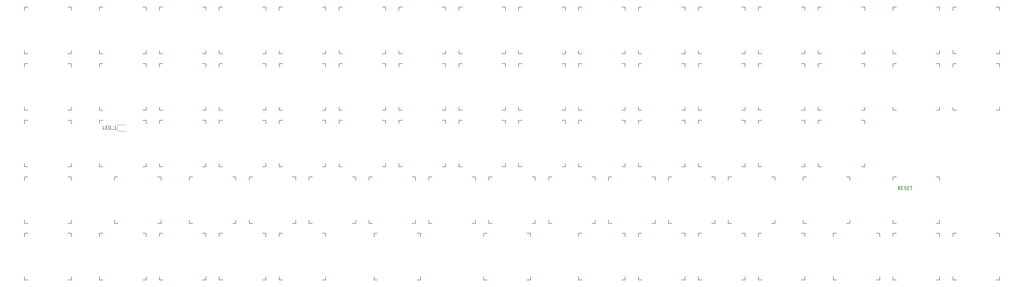
<source format=gto>
G04 #@! TF.GenerationSoftware,KiCad,Pcbnew,(5.1.8)-1*
G04 #@! TF.CreationDate,2021-04-23T17:16:51-07:00*
G04 #@! TF.ProjectId,Spritzgeback,53707269-747a-4676-9562-61636b2e6b69,rev?*
G04 #@! TF.SameCoordinates,Original*
G04 #@! TF.FileFunction,Legend,Top*
G04 #@! TF.FilePolarity,Positive*
%FSLAX46Y46*%
G04 Gerber Fmt 4.6, Leading zero omitted, Abs format (unit mm)*
G04 Created by KiCad (PCBNEW (5.1.8)-1) date 2021-04-23 17:16:51*
%MOMM*%
%LPD*%
G01*
G04 APERTURE LIST*
%ADD10C,0.120000*%
%ADD11C,0.150000*%
G04 APERTURE END LIST*
D10*
X20815000Y-38460000D02*
X23500000Y-38460000D01*
X20815000Y-36540000D02*
X20815000Y-38460000D01*
X23500000Y-36540000D02*
X20815000Y-36540000D01*
D11*
X-7000000Y-2200000D02*
X-7000000Y-1200000D01*
X-7000000Y-15200000D02*
X-6000000Y-15200000D01*
X-6000000Y-1200000D02*
X-7000000Y-1200000D01*
X-7000000Y-15200000D02*
X-7000000Y-14200000D01*
X7000000Y-14200000D02*
X7000000Y-15200000D01*
X7000000Y-15200000D02*
X6000000Y-15200000D01*
X6000000Y-15200000D02*
X7000000Y-15200000D01*
X7000000Y-1200000D02*
X7000000Y-2200000D01*
X7000000Y-1200000D02*
X6000000Y-1200000D01*
X29500000Y-1200000D02*
X28500000Y-1200000D01*
X29500000Y-1200000D02*
X29500000Y-2200000D01*
X28500000Y-15200000D02*
X29500000Y-15200000D01*
X29500000Y-15200000D02*
X28500000Y-15200000D01*
X29500000Y-14200000D02*
X29500000Y-15200000D01*
X15500000Y-15200000D02*
X15500000Y-14200000D01*
X16500000Y-1200000D02*
X15500000Y-1200000D01*
X15500000Y-15200000D02*
X16500000Y-15200000D01*
X15500000Y-2200000D02*
X15500000Y-1200000D01*
X33500000Y-2200000D02*
X33500000Y-1200000D01*
X33500000Y-15200000D02*
X34500000Y-15200000D01*
X34500000Y-1200000D02*
X33500000Y-1200000D01*
X33500000Y-15200000D02*
X33500000Y-14200000D01*
X47500000Y-14200000D02*
X47500000Y-15200000D01*
X47500000Y-15200000D02*
X46500000Y-15200000D01*
X46500000Y-15200000D02*
X47500000Y-15200000D01*
X47500000Y-1200000D02*
X47500000Y-2200000D01*
X47500000Y-1200000D02*
X46500000Y-1200000D01*
X65500000Y-1200000D02*
X64500000Y-1200000D01*
X65500000Y-1200000D02*
X65500000Y-2200000D01*
X64500000Y-15200000D02*
X65500000Y-15200000D01*
X65500000Y-15200000D02*
X64500000Y-15200000D01*
X65500000Y-14200000D02*
X65500000Y-15200000D01*
X51500000Y-15200000D02*
X51500000Y-14200000D01*
X52500000Y-1200000D02*
X51500000Y-1200000D01*
X51500000Y-15200000D02*
X52500000Y-15200000D01*
X51500000Y-2200000D02*
X51500000Y-1200000D01*
X69500000Y-2200000D02*
X69500000Y-1200000D01*
X69500000Y-15200000D02*
X70500000Y-15200000D01*
X70500000Y-1200000D02*
X69500000Y-1200000D01*
X69500000Y-15200000D02*
X69500000Y-14200000D01*
X83500000Y-14200000D02*
X83500000Y-15200000D01*
X83500000Y-15200000D02*
X82500000Y-15200000D01*
X82500000Y-15200000D02*
X83500000Y-15200000D01*
X83500000Y-1200000D02*
X83500000Y-2200000D01*
X83500000Y-1200000D02*
X82500000Y-1200000D01*
X101500000Y-1200000D02*
X100500000Y-1200000D01*
X101500000Y-1200000D02*
X101500000Y-2200000D01*
X100500000Y-15200000D02*
X101500000Y-15200000D01*
X101500000Y-15200000D02*
X100500000Y-15200000D01*
X101500000Y-14200000D02*
X101500000Y-15200000D01*
X87500000Y-15200000D02*
X87500000Y-14200000D01*
X88500000Y-1200000D02*
X87500000Y-1200000D01*
X87500000Y-15200000D02*
X88500000Y-15200000D01*
X87500000Y-2200000D02*
X87500000Y-1200000D01*
X105500000Y-2200000D02*
X105500000Y-1200000D01*
X105500000Y-15200000D02*
X106500000Y-15200000D01*
X106500000Y-1200000D02*
X105500000Y-1200000D01*
X105500000Y-15200000D02*
X105500000Y-14200000D01*
X119500000Y-14200000D02*
X119500000Y-15200000D01*
X119500000Y-15200000D02*
X118500000Y-15200000D01*
X118500000Y-15200000D02*
X119500000Y-15200000D01*
X119500000Y-1200000D02*
X119500000Y-2200000D01*
X119500000Y-1200000D02*
X118500000Y-1200000D01*
X137500000Y-1200000D02*
X136500000Y-1200000D01*
X137500000Y-1200000D02*
X137500000Y-2200000D01*
X136500000Y-15200000D02*
X137500000Y-15200000D01*
X137500000Y-15200000D02*
X136500000Y-15200000D01*
X137500000Y-14200000D02*
X137500000Y-15200000D01*
X123500000Y-15200000D02*
X123500000Y-14200000D01*
X124500000Y-1200000D02*
X123500000Y-1200000D01*
X123500000Y-15200000D02*
X124500000Y-15200000D01*
X123500000Y-2200000D02*
X123500000Y-1200000D01*
X141500000Y-2200000D02*
X141500000Y-1200000D01*
X141500000Y-15200000D02*
X142500000Y-15200000D01*
X142500000Y-1200000D02*
X141500000Y-1200000D01*
X141500000Y-15200000D02*
X141500000Y-14200000D01*
X155500000Y-14200000D02*
X155500000Y-15200000D01*
X155500000Y-15200000D02*
X154500000Y-15200000D01*
X154500000Y-15200000D02*
X155500000Y-15200000D01*
X155500000Y-1200000D02*
X155500000Y-2200000D01*
X155500000Y-1200000D02*
X154500000Y-1200000D01*
X173500000Y-1200000D02*
X172500000Y-1200000D01*
X173500000Y-1200000D02*
X173500000Y-2200000D01*
X172500000Y-15200000D02*
X173500000Y-15200000D01*
X173500000Y-15200000D02*
X172500000Y-15200000D01*
X173500000Y-14200000D02*
X173500000Y-15200000D01*
X159500000Y-15200000D02*
X159500000Y-14200000D01*
X160500000Y-1200000D02*
X159500000Y-1200000D01*
X159500000Y-15200000D02*
X160500000Y-15200000D01*
X159500000Y-2200000D02*
X159500000Y-1200000D01*
X177500000Y-2200000D02*
X177500000Y-1200000D01*
X177500000Y-15200000D02*
X178500000Y-15200000D01*
X178500000Y-1200000D02*
X177500000Y-1200000D01*
X177500000Y-15200000D02*
X177500000Y-14200000D01*
X191500000Y-14200000D02*
X191500000Y-15200000D01*
X191500000Y-15200000D02*
X190500000Y-15200000D01*
X190500000Y-15200000D02*
X191500000Y-15200000D01*
X191500000Y-1200000D02*
X191500000Y-2200000D01*
X191500000Y-1200000D02*
X190500000Y-1200000D01*
X195500000Y-2200000D02*
X195500000Y-1200000D01*
X195500000Y-15200000D02*
X196500000Y-15200000D01*
X196500000Y-1200000D02*
X195500000Y-1200000D01*
X195500000Y-15200000D02*
X195500000Y-14200000D01*
X209500000Y-14200000D02*
X209500000Y-15200000D01*
X209500000Y-15200000D02*
X208500000Y-15200000D01*
X208500000Y-15200000D02*
X209500000Y-15200000D01*
X209500000Y-1200000D02*
X209500000Y-2200000D01*
X209500000Y-1200000D02*
X208500000Y-1200000D01*
X227500000Y-1200000D02*
X226500000Y-1200000D01*
X227500000Y-1200000D02*
X227500000Y-2200000D01*
X226500000Y-15200000D02*
X227500000Y-15200000D01*
X227500000Y-15200000D02*
X226500000Y-15200000D01*
X227500000Y-14200000D02*
X227500000Y-15200000D01*
X213500000Y-15200000D02*
X213500000Y-14200000D01*
X214500000Y-1200000D02*
X213500000Y-1200000D01*
X213500000Y-15200000D02*
X214500000Y-15200000D01*
X213500000Y-2200000D02*
X213500000Y-1200000D01*
X231500000Y-2200000D02*
X231500000Y-1200000D01*
X231500000Y-15200000D02*
X232500000Y-15200000D01*
X232500000Y-1200000D02*
X231500000Y-1200000D01*
X231500000Y-15200000D02*
X231500000Y-14200000D01*
X245500000Y-14200000D02*
X245500000Y-15200000D01*
X245500000Y-15200000D02*
X244500000Y-15200000D01*
X244500000Y-15200000D02*
X245500000Y-15200000D01*
X245500000Y-1200000D02*
X245500000Y-2200000D01*
X245500000Y-1200000D02*
X244500000Y-1200000D01*
X254000000Y-2200000D02*
X254000000Y-1200000D01*
X254000000Y-15200000D02*
X255000000Y-15200000D01*
X255000000Y-1200000D02*
X254000000Y-1200000D01*
X254000000Y-15200000D02*
X254000000Y-14200000D01*
X268000000Y-14200000D02*
X268000000Y-15200000D01*
X268000000Y-15200000D02*
X267000000Y-15200000D01*
X267000000Y-15200000D02*
X268000000Y-15200000D01*
X268000000Y-1200000D02*
X268000000Y-2200000D01*
X268000000Y-1200000D02*
X267000000Y-1200000D01*
X286000000Y-1200000D02*
X285000000Y-1200000D01*
X286000000Y-1200000D02*
X286000000Y-2200000D01*
X285000000Y-15200000D02*
X286000000Y-15200000D01*
X286000000Y-15200000D02*
X285000000Y-15200000D01*
X286000000Y-14200000D02*
X286000000Y-15200000D01*
X272000000Y-15200000D02*
X272000000Y-14200000D01*
X273000000Y-1200000D02*
X272000000Y-1200000D01*
X272000000Y-15200000D02*
X273000000Y-15200000D01*
X272000000Y-2200000D02*
X272000000Y-1200000D01*
X-7000000Y-19200000D02*
X-7000000Y-18200000D01*
X-7000000Y-32200000D02*
X-6000000Y-32200000D01*
X-6000000Y-18200000D02*
X-7000000Y-18200000D01*
X-7000000Y-32200000D02*
X-7000000Y-31200000D01*
X7000000Y-31200000D02*
X7000000Y-32200000D01*
X7000000Y-32200000D02*
X6000000Y-32200000D01*
X6000000Y-32200000D02*
X7000000Y-32200000D01*
X7000000Y-18200000D02*
X7000000Y-19200000D01*
X7000000Y-18200000D02*
X6000000Y-18200000D01*
X29500000Y-18200000D02*
X28500000Y-18200000D01*
X29500000Y-18200000D02*
X29500000Y-19200000D01*
X28500000Y-32200000D02*
X29500000Y-32200000D01*
X29500000Y-32200000D02*
X28500000Y-32200000D01*
X29500000Y-31200000D02*
X29500000Y-32200000D01*
X15500000Y-32200000D02*
X15500000Y-31200000D01*
X16500000Y-18200000D02*
X15500000Y-18200000D01*
X15500000Y-32200000D02*
X16500000Y-32200000D01*
X15500000Y-19200000D02*
X15500000Y-18200000D01*
X47500000Y-18200000D02*
X46500000Y-18200000D01*
X47500000Y-18200000D02*
X47500000Y-19200000D01*
X46500000Y-32200000D02*
X47500000Y-32200000D01*
X47500000Y-32200000D02*
X46500000Y-32200000D01*
X47500000Y-31200000D02*
X47500000Y-32200000D01*
X33500000Y-32200000D02*
X33500000Y-31200000D01*
X34500000Y-18200000D02*
X33500000Y-18200000D01*
X33500000Y-32200000D02*
X34500000Y-32200000D01*
X33500000Y-19200000D02*
X33500000Y-18200000D01*
X65500000Y-18200000D02*
X64500000Y-18200000D01*
X65500000Y-18200000D02*
X65500000Y-19200000D01*
X64500000Y-32200000D02*
X65500000Y-32200000D01*
X65500000Y-32200000D02*
X64500000Y-32200000D01*
X65500000Y-31200000D02*
X65500000Y-32200000D01*
X51500000Y-32200000D02*
X51500000Y-31200000D01*
X52500000Y-18200000D02*
X51500000Y-18200000D01*
X51500000Y-32200000D02*
X52500000Y-32200000D01*
X51500000Y-19200000D02*
X51500000Y-18200000D01*
X69500000Y-19200000D02*
X69500000Y-18200000D01*
X69500000Y-32200000D02*
X70500000Y-32200000D01*
X70500000Y-18200000D02*
X69500000Y-18200000D01*
X69500000Y-32200000D02*
X69500000Y-31200000D01*
X83500000Y-31200000D02*
X83500000Y-32200000D01*
X83500000Y-32200000D02*
X82500000Y-32200000D01*
X82500000Y-32200000D02*
X83500000Y-32200000D01*
X83500000Y-18200000D02*
X83500000Y-19200000D01*
X83500000Y-18200000D02*
X82500000Y-18200000D01*
X87500000Y-19200000D02*
X87500000Y-18200000D01*
X87500000Y-32200000D02*
X88500000Y-32200000D01*
X88500000Y-18200000D02*
X87500000Y-18200000D01*
X87500000Y-32200000D02*
X87500000Y-31200000D01*
X101500000Y-31200000D02*
X101500000Y-32200000D01*
X101500000Y-32200000D02*
X100500000Y-32200000D01*
X100500000Y-32200000D02*
X101500000Y-32200000D01*
X101500000Y-18200000D02*
X101500000Y-19200000D01*
X101500000Y-18200000D02*
X100500000Y-18200000D01*
X119500000Y-18200000D02*
X118500000Y-18200000D01*
X119500000Y-18200000D02*
X119500000Y-19200000D01*
X118500000Y-32200000D02*
X119500000Y-32200000D01*
X119500000Y-32200000D02*
X118500000Y-32200000D01*
X119500000Y-31200000D02*
X119500000Y-32200000D01*
X105500000Y-32200000D02*
X105500000Y-31200000D01*
X106500000Y-18200000D02*
X105500000Y-18200000D01*
X105500000Y-32200000D02*
X106500000Y-32200000D01*
X105500000Y-19200000D02*
X105500000Y-18200000D01*
X123500000Y-19200000D02*
X123500000Y-18200000D01*
X123500000Y-32200000D02*
X124500000Y-32200000D01*
X124500000Y-18200000D02*
X123500000Y-18200000D01*
X123500000Y-32200000D02*
X123500000Y-31200000D01*
X137500000Y-31200000D02*
X137500000Y-32200000D01*
X137500000Y-32200000D02*
X136500000Y-32200000D01*
X136500000Y-32200000D02*
X137500000Y-32200000D01*
X137500000Y-18200000D02*
X137500000Y-19200000D01*
X137500000Y-18200000D02*
X136500000Y-18200000D01*
X155500000Y-18200000D02*
X154500000Y-18200000D01*
X155500000Y-18200000D02*
X155500000Y-19200000D01*
X154500000Y-32200000D02*
X155500000Y-32200000D01*
X155500000Y-32200000D02*
X154500000Y-32200000D01*
X155500000Y-31200000D02*
X155500000Y-32200000D01*
X141500000Y-32200000D02*
X141500000Y-31200000D01*
X142500000Y-18200000D02*
X141500000Y-18200000D01*
X141500000Y-32200000D02*
X142500000Y-32200000D01*
X141500000Y-19200000D02*
X141500000Y-18200000D01*
X173500000Y-18200000D02*
X172500000Y-18200000D01*
X173500000Y-18200000D02*
X173500000Y-19200000D01*
X172500000Y-32200000D02*
X173500000Y-32200000D01*
X173500000Y-32200000D02*
X172500000Y-32200000D01*
X173500000Y-31200000D02*
X173500000Y-32200000D01*
X159500000Y-32200000D02*
X159500000Y-31200000D01*
X160500000Y-18200000D02*
X159500000Y-18200000D01*
X159500000Y-32200000D02*
X160500000Y-32200000D01*
X159500000Y-19200000D02*
X159500000Y-18200000D01*
X177500000Y-19200000D02*
X177500000Y-18200000D01*
X177500000Y-32200000D02*
X178500000Y-32200000D01*
X178500000Y-18200000D02*
X177500000Y-18200000D01*
X177500000Y-32200000D02*
X177500000Y-31200000D01*
X191500000Y-31200000D02*
X191500000Y-32200000D01*
X191500000Y-32200000D02*
X190500000Y-32200000D01*
X190500000Y-32200000D02*
X191500000Y-32200000D01*
X191500000Y-18200000D02*
X191500000Y-19200000D01*
X191500000Y-18200000D02*
X190500000Y-18200000D01*
X209500000Y-18200000D02*
X208500000Y-18200000D01*
X209500000Y-18200000D02*
X209500000Y-19200000D01*
X208500000Y-32200000D02*
X209500000Y-32200000D01*
X209500000Y-32200000D02*
X208500000Y-32200000D01*
X209500000Y-31200000D02*
X209500000Y-32200000D01*
X195500000Y-32200000D02*
X195500000Y-31200000D01*
X196500000Y-18200000D02*
X195500000Y-18200000D01*
X195500000Y-32200000D02*
X196500000Y-32200000D01*
X195500000Y-19200000D02*
X195500000Y-18200000D01*
X213500000Y-19200000D02*
X213500000Y-18200000D01*
X213500000Y-32200000D02*
X214500000Y-32200000D01*
X214500000Y-18200000D02*
X213500000Y-18200000D01*
X213500000Y-32200000D02*
X213500000Y-31200000D01*
X227500000Y-31200000D02*
X227500000Y-32200000D01*
X227500000Y-32200000D02*
X226500000Y-32200000D01*
X226500000Y-32200000D02*
X227500000Y-32200000D01*
X227500000Y-18200000D02*
X227500000Y-19200000D01*
X227500000Y-18200000D02*
X226500000Y-18200000D01*
X245500000Y-18200000D02*
X244500000Y-18200000D01*
X245500000Y-18200000D02*
X245500000Y-19200000D01*
X244500000Y-32200000D02*
X245500000Y-32200000D01*
X245500000Y-32200000D02*
X244500000Y-32200000D01*
X245500000Y-31200000D02*
X245500000Y-32200000D01*
X231500000Y-32200000D02*
X231500000Y-31200000D01*
X232500000Y-18200000D02*
X231500000Y-18200000D01*
X231500000Y-32200000D02*
X232500000Y-32200000D01*
X231500000Y-19200000D02*
X231500000Y-18200000D01*
X254000000Y-19200000D02*
X254000000Y-18200000D01*
X254000000Y-32200000D02*
X255000000Y-32200000D01*
X255000000Y-18200000D02*
X254000000Y-18200000D01*
X254000000Y-32200000D02*
X254000000Y-31200000D01*
X268000000Y-31200000D02*
X268000000Y-32200000D01*
X268000000Y-32200000D02*
X267000000Y-32200000D01*
X267000000Y-32200000D02*
X268000000Y-32200000D01*
X268000000Y-18200000D02*
X268000000Y-19200000D01*
X268000000Y-18200000D02*
X267000000Y-18200000D01*
X272000000Y-19200000D02*
X272000000Y-18200000D01*
X272000000Y-32200000D02*
X273000000Y-32200000D01*
X273000000Y-18200000D02*
X272000000Y-18200000D01*
X272000000Y-32200000D02*
X272000000Y-31200000D01*
X286000000Y-31200000D02*
X286000000Y-32200000D01*
X286000000Y-32200000D02*
X285000000Y-32200000D01*
X285000000Y-32200000D02*
X286000000Y-32200000D01*
X286000000Y-18200000D02*
X286000000Y-19200000D01*
X286000000Y-18200000D02*
X285000000Y-18200000D01*
X7000000Y-35200000D02*
X6000000Y-35200000D01*
X7000000Y-35200000D02*
X7000000Y-36200000D01*
X6000000Y-49200000D02*
X7000000Y-49200000D01*
X7000000Y-49200000D02*
X6000000Y-49200000D01*
X7000000Y-48200000D02*
X7000000Y-49200000D01*
X-7000000Y-49200000D02*
X-7000000Y-48200000D01*
X-6000000Y-35200000D02*
X-7000000Y-35200000D01*
X-7000000Y-49200000D02*
X-6000000Y-49200000D01*
X-7000000Y-36200000D02*
X-7000000Y-35200000D01*
X15500000Y-36200000D02*
X15500000Y-35200000D01*
X15500000Y-49200000D02*
X16500000Y-49200000D01*
X16500000Y-35200000D02*
X15500000Y-35200000D01*
X15500000Y-49200000D02*
X15500000Y-48200000D01*
X29500000Y-48200000D02*
X29500000Y-49200000D01*
X29500000Y-49200000D02*
X28500000Y-49200000D01*
X28500000Y-49200000D02*
X29500000Y-49200000D01*
X29500000Y-35200000D02*
X29500000Y-36200000D01*
X29500000Y-35200000D02*
X28500000Y-35200000D01*
X33500000Y-36200000D02*
X33500000Y-35200000D01*
X33500000Y-49200000D02*
X34500000Y-49200000D01*
X34500000Y-35200000D02*
X33500000Y-35200000D01*
X33500000Y-49200000D02*
X33500000Y-48200000D01*
X47500000Y-48200000D02*
X47500000Y-49200000D01*
X47500000Y-49200000D02*
X46500000Y-49200000D01*
X46500000Y-49200000D02*
X47500000Y-49200000D01*
X47500000Y-35200000D02*
X47500000Y-36200000D01*
X47500000Y-35200000D02*
X46500000Y-35200000D01*
X65500000Y-35200000D02*
X64500000Y-35200000D01*
X65500000Y-35200000D02*
X65500000Y-36200000D01*
X64500000Y-49200000D02*
X65500000Y-49200000D01*
X65500000Y-49200000D02*
X64500000Y-49200000D01*
X65500000Y-48200000D02*
X65500000Y-49200000D01*
X51500000Y-49200000D02*
X51500000Y-48200000D01*
X52500000Y-35200000D02*
X51500000Y-35200000D01*
X51500000Y-49200000D02*
X52500000Y-49200000D01*
X51500000Y-36200000D02*
X51500000Y-35200000D01*
X69500000Y-36200000D02*
X69500000Y-35200000D01*
X69500000Y-49200000D02*
X70500000Y-49200000D01*
X70500000Y-35200000D02*
X69500000Y-35200000D01*
X69500000Y-49200000D02*
X69500000Y-48200000D01*
X83500000Y-48200000D02*
X83500000Y-49200000D01*
X83500000Y-49200000D02*
X82500000Y-49200000D01*
X82500000Y-49200000D02*
X83500000Y-49200000D01*
X83500000Y-35200000D02*
X83500000Y-36200000D01*
X83500000Y-35200000D02*
X82500000Y-35200000D01*
X87500000Y-36200000D02*
X87500000Y-35200000D01*
X87500000Y-49200000D02*
X88500000Y-49200000D01*
X88500000Y-35200000D02*
X87500000Y-35200000D01*
X87500000Y-49200000D02*
X87500000Y-48200000D01*
X101500000Y-48200000D02*
X101500000Y-49200000D01*
X101500000Y-49200000D02*
X100500000Y-49200000D01*
X100500000Y-49200000D02*
X101500000Y-49200000D01*
X101500000Y-35200000D02*
X101500000Y-36200000D01*
X101500000Y-35200000D02*
X100500000Y-35200000D01*
X119500000Y-35200000D02*
X118500000Y-35200000D01*
X119500000Y-35200000D02*
X119500000Y-36200000D01*
X118500000Y-49200000D02*
X119500000Y-49200000D01*
X119500000Y-49200000D02*
X118500000Y-49200000D01*
X119500000Y-48200000D02*
X119500000Y-49200000D01*
X105500000Y-49200000D02*
X105500000Y-48200000D01*
X106500000Y-35200000D02*
X105500000Y-35200000D01*
X105500000Y-49200000D02*
X106500000Y-49200000D01*
X105500000Y-36200000D02*
X105500000Y-35200000D01*
X123500000Y-36200000D02*
X123500000Y-35200000D01*
X123500000Y-49200000D02*
X124500000Y-49200000D01*
X124500000Y-35200000D02*
X123500000Y-35200000D01*
X123500000Y-49200000D02*
X123500000Y-48200000D01*
X137500000Y-48200000D02*
X137500000Y-49200000D01*
X137500000Y-49200000D02*
X136500000Y-49200000D01*
X136500000Y-49200000D02*
X137500000Y-49200000D01*
X137500000Y-35200000D02*
X137500000Y-36200000D01*
X137500000Y-35200000D02*
X136500000Y-35200000D01*
X155500000Y-35200000D02*
X154500000Y-35200000D01*
X155500000Y-35200000D02*
X155500000Y-36200000D01*
X154500000Y-49200000D02*
X155500000Y-49200000D01*
X155500000Y-49200000D02*
X154500000Y-49200000D01*
X155500000Y-48200000D02*
X155500000Y-49200000D01*
X141500000Y-49200000D02*
X141500000Y-48200000D01*
X142500000Y-35200000D02*
X141500000Y-35200000D01*
X141500000Y-49200000D02*
X142500000Y-49200000D01*
X141500000Y-36200000D02*
X141500000Y-35200000D01*
X173500000Y-35200000D02*
X172500000Y-35200000D01*
X173500000Y-35200000D02*
X173500000Y-36200000D01*
X172500000Y-49200000D02*
X173500000Y-49200000D01*
X173500000Y-49200000D02*
X172500000Y-49200000D01*
X173500000Y-48200000D02*
X173500000Y-49200000D01*
X159500000Y-49200000D02*
X159500000Y-48200000D01*
X160500000Y-35200000D02*
X159500000Y-35200000D01*
X159500000Y-49200000D02*
X160500000Y-49200000D01*
X159500000Y-36200000D02*
X159500000Y-35200000D01*
X191500000Y-35200000D02*
X190500000Y-35200000D01*
X191500000Y-35200000D02*
X191500000Y-36200000D01*
X190500000Y-49200000D02*
X191500000Y-49200000D01*
X191500000Y-49200000D02*
X190500000Y-49200000D01*
X191500000Y-48200000D02*
X191500000Y-49200000D01*
X177500000Y-49200000D02*
X177500000Y-48200000D01*
X178500000Y-35200000D02*
X177500000Y-35200000D01*
X177500000Y-49200000D02*
X178500000Y-49200000D01*
X177500000Y-36200000D02*
X177500000Y-35200000D01*
X195500000Y-36200000D02*
X195500000Y-35200000D01*
X195500000Y-49200000D02*
X196500000Y-49200000D01*
X196500000Y-35200000D02*
X195500000Y-35200000D01*
X195500000Y-49200000D02*
X195500000Y-48200000D01*
X209500000Y-48200000D02*
X209500000Y-49200000D01*
X209500000Y-49200000D02*
X208500000Y-49200000D01*
X208500000Y-49200000D02*
X209500000Y-49200000D01*
X209500000Y-35200000D02*
X209500000Y-36200000D01*
X209500000Y-35200000D02*
X208500000Y-35200000D01*
X227500000Y-35200000D02*
X226500000Y-35200000D01*
X227500000Y-35200000D02*
X227500000Y-36200000D01*
X226500000Y-49200000D02*
X227500000Y-49200000D01*
X227500000Y-49200000D02*
X226500000Y-49200000D01*
X227500000Y-48200000D02*
X227500000Y-49200000D01*
X213500000Y-49200000D02*
X213500000Y-48200000D01*
X214500000Y-35200000D02*
X213500000Y-35200000D01*
X213500000Y-49200000D02*
X214500000Y-49200000D01*
X213500000Y-36200000D02*
X213500000Y-35200000D01*
X245500000Y-35200000D02*
X244500000Y-35200000D01*
X245500000Y-35200000D02*
X245500000Y-36200000D01*
X244500000Y-49200000D02*
X245500000Y-49200000D01*
X245500000Y-49200000D02*
X244500000Y-49200000D01*
X245500000Y-48200000D02*
X245500000Y-49200000D01*
X231500000Y-49200000D02*
X231500000Y-48200000D01*
X232500000Y-35200000D02*
X231500000Y-35200000D01*
X231500000Y-49200000D02*
X232500000Y-49200000D01*
X231500000Y-36200000D02*
X231500000Y-35200000D01*
X-7000000Y-53200000D02*
X-7000000Y-52200000D01*
X-7000000Y-66200000D02*
X-6000000Y-66200000D01*
X-6000000Y-52200000D02*
X-7000000Y-52200000D01*
X-7000000Y-66200000D02*
X-7000000Y-65200000D01*
X7000000Y-65200000D02*
X7000000Y-66200000D01*
X7000000Y-66200000D02*
X6000000Y-66200000D01*
X6000000Y-66200000D02*
X7000000Y-66200000D01*
X7000000Y-52200000D02*
X7000000Y-53200000D01*
X7000000Y-52200000D02*
X6000000Y-52200000D01*
X20000000Y-53200000D02*
X20000000Y-52200000D01*
X20000000Y-66200000D02*
X21000000Y-66200000D01*
X21000000Y-52200000D02*
X20000000Y-52200000D01*
X20000000Y-66200000D02*
X20000000Y-65200000D01*
X34000000Y-65200000D02*
X34000000Y-66200000D01*
X34000000Y-66200000D02*
X33000000Y-66200000D01*
X33000000Y-66200000D02*
X34000000Y-66200000D01*
X34000000Y-52200000D02*
X34000000Y-53200000D01*
X34000000Y-52200000D02*
X33000000Y-52200000D01*
X42500000Y-53200000D02*
X42500000Y-52200000D01*
X42500000Y-66200000D02*
X43500000Y-66200000D01*
X43500000Y-52200000D02*
X42500000Y-52200000D01*
X42500000Y-66200000D02*
X42500000Y-65200000D01*
X56500000Y-65200000D02*
X56500000Y-66200000D01*
X56500000Y-66200000D02*
X55500000Y-66200000D01*
X55500000Y-66200000D02*
X56500000Y-66200000D01*
X56500000Y-52200000D02*
X56500000Y-53200000D01*
X56500000Y-52200000D02*
X55500000Y-52200000D01*
X74500000Y-52200000D02*
X73500000Y-52200000D01*
X74500000Y-52200000D02*
X74500000Y-53200000D01*
X73500000Y-66200000D02*
X74500000Y-66200000D01*
X74500000Y-66200000D02*
X73500000Y-66200000D01*
X74500000Y-65200000D02*
X74500000Y-66200000D01*
X60500000Y-66200000D02*
X60500000Y-65200000D01*
X61500000Y-52200000D02*
X60500000Y-52200000D01*
X60500000Y-66200000D02*
X61500000Y-66200000D01*
X60500000Y-53200000D02*
X60500000Y-52200000D01*
X78500000Y-53200000D02*
X78500000Y-52200000D01*
X78500000Y-66200000D02*
X79500000Y-66200000D01*
X79500000Y-52200000D02*
X78500000Y-52200000D01*
X78500000Y-66200000D02*
X78500000Y-65200000D01*
X92500000Y-65200000D02*
X92500000Y-66200000D01*
X92500000Y-66200000D02*
X91500000Y-66200000D01*
X91500000Y-66200000D02*
X92500000Y-66200000D01*
X92500000Y-52200000D02*
X92500000Y-53200000D01*
X92500000Y-52200000D02*
X91500000Y-52200000D01*
X96500000Y-53200000D02*
X96500000Y-52200000D01*
X96500000Y-66200000D02*
X97500000Y-66200000D01*
X97500000Y-52200000D02*
X96500000Y-52200000D01*
X96500000Y-66200000D02*
X96500000Y-65200000D01*
X110500000Y-65200000D02*
X110500000Y-66200000D01*
X110500000Y-66200000D02*
X109500000Y-66200000D01*
X109500000Y-66200000D02*
X110500000Y-66200000D01*
X110500000Y-52200000D02*
X110500000Y-53200000D01*
X110500000Y-52200000D02*
X109500000Y-52200000D01*
X114500000Y-53200000D02*
X114500000Y-52200000D01*
X114500000Y-66200000D02*
X115500000Y-66200000D01*
X115500000Y-52200000D02*
X114500000Y-52200000D01*
X114500000Y-66200000D02*
X114500000Y-65200000D01*
X128500000Y-65200000D02*
X128500000Y-66200000D01*
X128500000Y-66200000D02*
X127500000Y-66200000D01*
X127500000Y-66200000D02*
X128500000Y-66200000D01*
X128500000Y-52200000D02*
X128500000Y-53200000D01*
X128500000Y-52200000D02*
X127500000Y-52200000D01*
X146500000Y-52200000D02*
X145500000Y-52200000D01*
X146500000Y-52200000D02*
X146500000Y-53200000D01*
X145500000Y-66200000D02*
X146500000Y-66200000D01*
X146500000Y-66200000D02*
X145500000Y-66200000D01*
X146500000Y-65200000D02*
X146500000Y-66200000D01*
X132500000Y-66200000D02*
X132500000Y-65200000D01*
X133500000Y-52200000D02*
X132500000Y-52200000D01*
X132500000Y-66200000D02*
X133500000Y-66200000D01*
X132500000Y-53200000D02*
X132500000Y-52200000D01*
X150500000Y-53200000D02*
X150500000Y-52200000D01*
X150500000Y-66200000D02*
X151500000Y-66200000D01*
X151500000Y-52200000D02*
X150500000Y-52200000D01*
X150500000Y-66200000D02*
X150500000Y-65200000D01*
X164500000Y-65200000D02*
X164500000Y-66200000D01*
X164500000Y-66200000D02*
X163500000Y-66200000D01*
X163500000Y-66200000D02*
X164500000Y-66200000D01*
X164500000Y-52200000D02*
X164500000Y-53200000D01*
X164500000Y-52200000D02*
X163500000Y-52200000D01*
X182500000Y-52200000D02*
X181500000Y-52200000D01*
X182500000Y-52200000D02*
X182500000Y-53200000D01*
X181500000Y-66200000D02*
X182500000Y-66200000D01*
X182500000Y-66200000D02*
X181500000Y-66200000D01*
X182500000Y-65200000D02*
X182500000Y-66200000D01*
X168500000Y-66200000D02*
X168500000Y-65200000D01*
X169500000Y-52200000D02*
X168500000Y-52200000D01*
X168500000Y-66200000D02*
X169500000Y-66200000D01*
X168500000Y-53200000D02*
X168500000Y-52200000D01*
X186500000Y-53200000D02*
X186500000Y-52200000D01*
X186500000Y-66200000D02*
X187500000Y-66200000D01*
X187500000Y-52200000D02*
X186500000Y-52200000D01*
X186500000Y-66200000D02*
X186500000Y-65200000D01*
X200500000Y-65200000D02*
X200500000Y-66200000D01*
X200500000Y-66200000D02*
X199500000Y-66200000D01*
X199500000Y-66200000D02*
X200500000Y-66200000D01*
X200500000Y-52200000D02*
X200500000Y-53200000D01*
X200500000Y-52200000D02*
X199500000Y-52200000D01*
X204500000Y-53200000D02*
X204500000Y-52200000D01*
X204500000Y-66200000D02*
X205500000Y-66200000D01*
X205500000Y-52200000D02*
X204500000Y-52200000D01*
X204500000Y-66200000D02*
X204500000Y-65200000D01*
X218500000Y-65200000D02*
X218500000Y-66200000D01*
X218500000Y-66200000D02*
X217500000Y-66200000D01*
X217500000Y-66200000D02*
X218500000Y-66200000D01*
X218500000Y-52200000D02*
X218500000Y-53200000D01*
X218500000Y-52200000D02*
X217500000Y-52200000D01*
X241000000Y-52200000D02*
X240000000Y-52200000D01*
X241000000Y-52200000D02*
X241000000Y-53200000D01*
X240000000Y-66200000D02*
X241000000Y-66200000D01*
X241000000Y-66200000D02*
X240000000Y-66200000D01*
X241000000Y-65200000D02*
X241000000Y-66200000D01*
X227000000Y-66200000D02*
X227000000Y-65200000D01*
X228000000Y-52200000D02*
X227000000Y-52200000D01*
X227000000Y-66200000D02*
X228000000Y-66200000D01*
X227000000Y-53200000D02*
X227000000Y-52200000D01*
X254000000Y-53200000D02*
X254000000Y-52200000D01*
X254000000Y-66200000D02*
X255000000Y-66200000D01*
X255000000Y-52200000D02*
X254000000Y-52200000D01*
X254000000Y-66200000D02*
X254000000Y-65200000D01*
X268000000Y-65200000D02*
X268000000Y-66200000D01*
X268000000Y-66200000D02*
X267000000Y-66200000D01*
X267000000Y-66200000D02*
X268000000Y-66200000D01*
X268000000Y-52200000D02*
X268000000Y-53200000D01*
X268000000Y-52200000D02*
X267000000Y-52200000D01*
X-7000000Y-70200000D02*
X-7000000Y-69200000D01*
X-7000000Y-83200000D02*
X-6000000Y-83200000D01*
X-6000000Y-69200000D02*
X-7000000Y-69200000D01*
X-7000000Y-83200000D02*
X-7000000Y-82200000D01*
X7000000Y-82200000D02*
X7000000Y-83200000D01*
X7000000Y-83200000D02*
X6000000Y-83200000D01*
X6000000Y-83200000D02*
X7000000Y-83200000D01*
X7000000Y-69200000D02*
X7000000Y-70200000D01*
X7000000Y-69200000D02*
X6000000Y-69200000D01*
X29500000Y-69200000D02*
X28500000Y-69200000D01*
X29500000Y-69200000D02*
X29500000Y-70200000D01*
X28500000Y-83200000D02*
X29500000Y-83200000D01*
X29500000Y-83200000D02*
X28500000Y-83200000D01*
X29500000Y-82200000D02*
X29500000Y-83200000D01*
X15500000Y-83200000D02*
X15500000Y-82200000D01*
X16500000Y-69200000D02*
X15500000Y-69200000D01*
X15500000Y-83200000D02*
X16500000Y-83200000D01*
X15500000Y-70200000D02*
X15500000Y-69200000D01*
X47500000Y-69200000D02*
X46500000Y-69200000D01*
X47500000Y-69200000D02*
X47500000Y-70200000D01*
X46500000Y-83200000D02*
X47500000Y-83200000D01*
X47500000Y-83200000D02*
X46500000Y-83200000D01*
X47500000Y-82200000D02*
X47500000Y-83200000D01*
X33500000Y-83200000D02*
X33500000Y-82200000D01*
X34500000Y-69200000D02*
X33500000Y-69200000D01*
X33500000Y-83200000D02*
X34500000Y-83200000D01*
X33500000Y-70200000D02*
X33500000Y-69200000D01*
X65500000Y-69200000D02*
X64500000Y-69200000D01*
X65500000Y-69200000D02*
X65500000Y-70200000D01*
X64500000Y-83200000D02*
X65500000Y-83200000D01*
X65500000Y-83200000D02*
X64500000Y-83200000D01*
X65500000Y-82200000D02*
X65500000Y-83200000D01*
X51500000Y-83200000D02*
X51500000Y-82200000D01*
X52500000Y-69200000D02*
X51500000Y-69200000D01*
X51500000Y-83200000D02*
X52500000Y-83200000D01*
X51500000Y-70200000D02*
X51500000Y-69200000D01*
X83500000Y-69200000D02*
X82500000Y-69200000D01*
X83500000Y-69200000D02*
X83500000Y-70200000D01*
X82500000Y-83200000D02*
X83500000Y-83200000D01*
X83500000Y-83200000D02*
X82500000Y-83200000D01*
X83500000Y-82200000D02*
X83500000Y-83200000D01*
X69500000Y-83200000D02*
X69500000Y-82200000D01*
X70500000Y-69200000D02*
X69500000Y-69200000D01*
X69500000Y-83200000D02*
X70500000Y-83200000D01*
X69500000Y-70200000D02*
X69500000Y-69200000D01*
X98000000Y-70200000D02*
X98000000Y-69200000D01*
X98000000Y-83200000D02*
X99000000Y-83200000D01*
X99000000Y-69200000D02*
X98000000Y-69200000D01*
X98000000Y-83200000D02*
X98000000Y-82200000D01*
X112000000Y-82200000D02*
X112000000Y-83200000D01*
X112000000Y-83200000D02*
X111000000Y-83200000D01*
X111000000Y-83200000D02*
X112000000Y-83200000D01*
X112000000Y-69200000D02*
X112000000Y-70200000D01*
X112000000Y-69200000D02*
X111000000Y-69200000D01*
X145000000Y-69200000D02*
X144000000Y-69200000D01*
X145000000Y-69200000D02*
X145000000Y-70200000D01*
X144000000Y-83200000D02*
X145000000Y-83200000D01*
X145000000Y-83200000D02*
X144000000Y-83200000D01*
X145000000Y-82200000D02*
X145000000Y-83200000D01*
X131000000Y-83200000D02*
X131000000Y-82200000D01*
X132000000Y-69200000D02*
X131000000Y-69200000D01*
X131000000Y-83200000D02*
X132000000Y-83200000D01*
X131000000Y-70200000D02*
X131000000Y-69200000D01*
X173500000Y-69200000D02*
X172500000Y-69200000D01*
X173500000Y-69200000D02*
X173500000Y-70200000D01*
X172500000Y-83200000D02*
X173500000Y-83200000D01*
X173500000Y-83200000D02*
X172500000Y-83200000D01*
X173500000Y-82200000D02*
X173500000Y-83200000D01*
X159500000Y-83200000D02*
X159500000Y-82200000D01*
X160500000Y-69200000D02*
X159500000Y-69200000D01*
X159500000Y-83200000D02*
X160500000Y-83200000D01*
X159500000Y-70200000D02*
X159500000Y-69200000D01*
X191500000Y-69200000D02*
X190500000Y-69200000D01*
X191500000Y-69200000D02*
X191500000Y-70200000D01*
X190500000Y-83200000D02*
X191500000Y-83200000D01*
X191500000Y-83200000D02*
X190500000Y-83200000D01*
X191500000Y-82200000D02*
X191500000Y-83200000D01*
X177500000Y-83200000D02*
X177500000Y-82200000D01*
X178500000Y-69200000D02*
X177500000Y-69200000D01*
X177500000Y-83200000D02*
X178500000Y-83200000D01*
X177500000Y-70200000D02*
X177500000Y-69200000D01*
X195500000Y-70200000D02*
X195500000Y-69200000D01*
X195500000Y-83200000D02*
X196500000Y-83200000D01*
X196500000Y-69200000D02*
X195500000Y-69200000D01*
X195500000Y-83200000D02*
X195500000Y-82200000D01*
X209500000Y-82200000D02*
X209500000Y-83200000D01*
X209500000Y-83200000D02*
X208500000Y-83200000D01*
X208500000Y-83200000D02*
X209500000Y-83200000D01*
X209500000Y-69200000D02*
X209500000Y-70200000D01*
X209500000Y-69200000D02*
X208500000Y-69200000D01*
X227500000Y-69200000D02*
X226500000Y-69200000D01*
X227500000Y-69200000D02*
X227500000Y-70200000D01*
X226500000Y-83200000D02*
X227500000Y-83200000D01*
X227500000Y-83200000D02*
X226500000Y-83200000D01*
X227500000Y-82200000D02*
X227500000Y-83200000D01*
X213500000Y-83200000D02*
X213500000Y-82200000D01*
X214500000Y-69200000D02*
X213500000Y-69200000D01*
X213500000Y-83200000D02*
X214500000Y-83200000D01*
X213500000Y-70200000D02*
X213500000Y-69200000D01*
X250000000Y-69200000D02*
X249000000Y-69200000D01*
X250000000Y-69200000D02*
X250000000Y-70200000D01*
X249000000Y-83200000D02*
X250000000Y-83200000D01*
X250000000Y-83200000D02*
X249000000Y-83200000D01*
X250000000Y-82200000D02*
X250000000Y-83200000D01*
X236000000Y-83200000D02*
X236000000Y-82200000D01*
X237000000Y-69200000D02*
X236000000Y-69200000D01*
X236000000Y-83200000D02*
X237000000Y-83200000D01*
X236000000Y-70200000D02*
X236000000Y-69200000D01*
X268000000Y-69200000D02*
X267000000Y-69200000D01*
X268000000Y-69200000D02*
X268000000Y-70200000D01*
X267000000Y-83200000D02*
X268000000Y-83200000D01*
X268000000Y-83200000D02*
X267000000Y-83200000D01*
X268000000Y-82200000D02*
X268000000Y-83200000D01*
X254000000Y-83200000D02*
X254000000Y-82200000D01*
X255000000Y-69200000D02*
X254000000Y-69200000D01*
X254000000Y-83200000D02*
X255000000Y-83200000D01*
X254000000Y-70200000D02*
X254000000Y-69200000D01*
X272000000Y-70200000D02*
X272000000Y-69200000D01*
X272000000Y-83200000D02*
X273000000Y-83200000D01*
X273000000Y-69200000D02*
X272000000Y-69200000D01*
X272000000Y-83200000D02*
X272000000Y-82200000D01*
X286000000Y-82200000D02*
X286000000Y-83200000D01*
X286000000Y-83200000D02*
X285000000Y-83200000D01*
X285000000Y-83200000D02*
X286000000Y-83200000D01*
X286000000Y-69200000D02*
X286000000Y-70200000D01*
X286000000Y-69200000D02*
X285000000Y-69200000D01*
X256139619Y-56127380D02*
X255806285Y-55651190D01*
X255568190Y-56127380D02*
X255568190Y-55127380D01*
X255949142Y-55127380D01*
X256044380Y-55175000D01*
X256092000Y-55222619D01*
X256139619Y-55317857D01*
X256139619Y-55460714D01*
X256092000Y-55555952D01*
X256044380Y-55603571D01*
X255949142Y-55651190D01*
X255568190Y-55651190D01*
X256568190Y-55603571D02*
X256901523Y-55603571D01*
X257044380Y-56127380D02*
X256568190Y-56127380D01*
X256568190Y-55127380D01*
X257044380Y-55127380D01*
X257425333Y-56079761D02*
X257568190Y-56127380D01*
X257806285Y-56127380D01*
X257901523Y-56079761D01*
X257949142Y-56032142D01*
X257996761Y-55936904D01*
X257996761Y-55841666D01*
X257949142Y-55746428D01*
X257901523Y-55698809D01*
X257806285Y-55651190D01*
X257615809Y-55603571D01*
X257520571Y-55555952D01*
X257472952Y-55508333D01*
X257425333Y-55413095D01*
X257425333Y-55317857D01*
X257472952Y-55222619D01*
X257520571Y-55175000D01*
X257615809Y-55127380D01*
X257853904Y-55127380D01*
X257996761Y-55175000D01*
X258425333Y-55603571D02*
X258758666Y-55603571D01*
X258901523Y-56127380D02*
X258425333Y-56127380D01*
X258425333Y-55127380D01*
X258901523Y-55127380D01*
X259187238Y-55127380D02*
X259758666Y-55127380D01*
X259472952Y-56127380D02*
X259472952Y-55127380D01*
X17075000Y-37902380D02*
X16598809Y-37902380D01*
X16598809Y-36902380D01*
X17408333Y-37378571D02*
X17741666Y-37378571D01*
X17884523Y-37902380D02*
X17408333Y-37902380D01*
X17408333Y-36902380D01*
X17884523Y-36902380D01*
X18313095Y-37902380D02*
X18313095Y-36902380D01*
X18551190Y-36902380D01*
X18694047Y-36950000D01*
X18789285Y-37045238D01*
X18836904Y-37140476D01*
X18884523Y-37330952D01*
X18884523Y-37473809D01*
X18836904Y-37664285D01*
X18789285Y-37759523D01*
X18694047Y-37854761D01*
X18551190Y-37902380D01*
X18313095Y-37902380D01*
X19075000Y-37997619D02*
X19836904Y-37997619D01*
X20598809Y-37902380D02*
X20027380Y-37902380D01*
X20313095Y-37902380D02*
X20313095Y-36902380D01*
X20217857Y-37045238D01*
X20122619Y-37140476D01*
X20027380Y-37188095D01*
M02*

</source>
